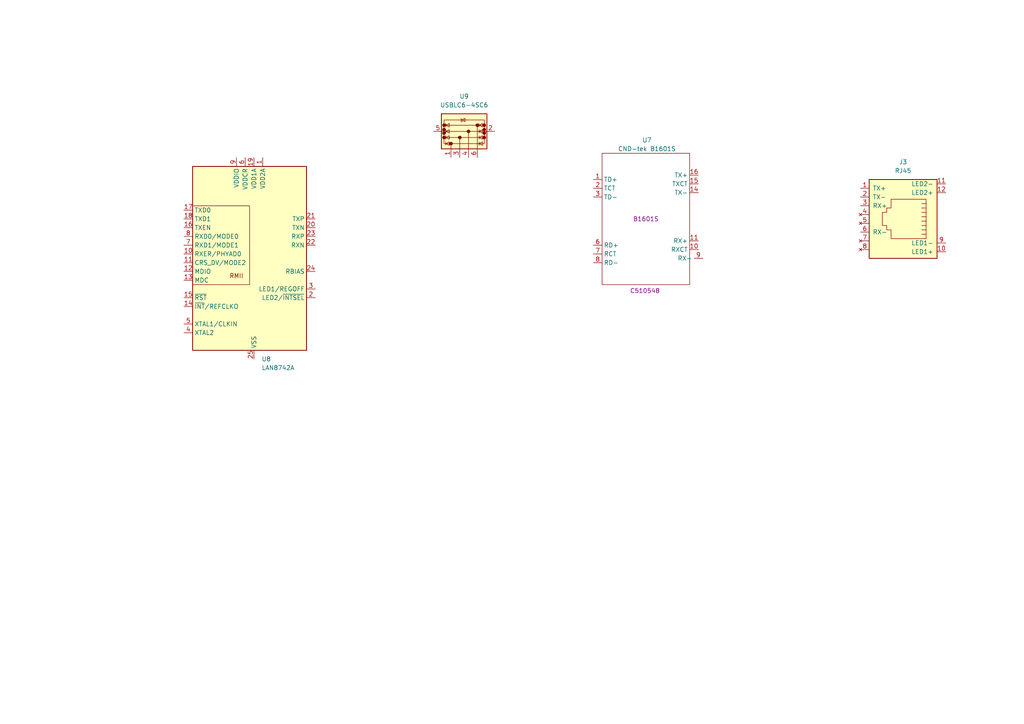
<source format=kicad_sch>
(kicad_sch (version 20231120) (generator "eeschema") (generator_version "8.0")
  (paper "A4")
  (lib_symbols
    (symbol "Connector:RJ45" (pin_names (offset 1.016))
      (property "Reference" "J3" (at 0 19.05 0))
      (property "Value" "RJ45" (at 1.27 0.635 0))
      (symbol "RJ45_0_1"
        (rectangle (start -7.62 12.7) (end 12.065 -10.16) (stroke (width 0.254)) (fill (type background)))
        (polyline (pts (xy -3.175 4.445) (xy -4.445 4.445)))
        (polyline (pts (xy -3.175 5.715) (xy -4.445 5.715)))
        (polyline (pts (xy -4.445 -3.175) (xy -3.175 -3.175) (xy -3.175 -3.175)))
        (polyline (pts (xy -4.445 -1.905) (xy -3.175 -1.905) (xy -3.175 -1.905)))
        (polyline (pts (xy -4.445 -0.635) (xy -3.175 -0.635) (xy -3.175 -0.635)))
        (polyline (pts (xy -4.445 0.635) (xy -3.175 0.635) (xy -3.175 0.635)))
        (polyline (pts (xy -4.445 1.905) (xy -3.175 1.905) (xy -3.175 1.905)))
        (polyline (pts (xy -3.175 3.175) (xy -4.445 3.175) (xy -4.445 3.175)))
        (polyline (pts (xy -4.445 -4.445) (xy -4.445 6.985) (xy 5.715 6.985) (xy 5.715 4.445) (xy 6.985 4.445) (xy 6.985 3.175) (xy 8.255 3.175) (xy 8.255 -0.635) (xy 6.985 -0.635) (xy 6.985 -1.905) (xy 5.715 -1.905) (xy 5.715 -4.445) (xy -4.445 -4.445) (xy -4.445 -4.445)))
      )
      (symbol "RJ45_1_1"
        (pin input line (at 14.605 -7.62 180) (length 2.54) (name "TX+") (number "1"))
        (pin bidirectional line (at -10.16 10.795 0) (length 2.54) (name "LED1+") (number "10"))
        (pin bidirectional line (at -10.16 -8.89 0) (length 2.54) (name "LED2-") (number "11"))
        (pin bidirectional line (at -10.16 -6.35 0) (length 2.54) (name "LED2+") (number "12"))
        (pin input line (at 14.605 -5.08 180) (length 2.54) (name "TX-") (number "2"))
        (pin output line (at 14.605 -2.54 180) (length 2.54) (name "RX+") (number "3"))
        (pin no_connect line (at 14.605 0 180) (length 2.54) (name "~") (number "4"))
        (pin no_connect line (at 14.605 2.54 180) (length 2.54) (name "~") (number "5"))
        (pin output line (at 14.605 5.08 180) (length 2.54) (name "RX-") (number "6"))
        (pin no_connect line (at 14.605 7.62 180) (length 2.54) (name "~") (number "7"))
        (pin no_connect line (at 14.605 10.16 180) (length 2.54) (name "~") (number "8"))
        (pin bidirectional line (at -10.16 8.255 0) (length 2.54) (name "LED1-") (number "9"))
      )
    )
    (symbol "Interface_Ethernet:LAN8742A"
      (property "Reference" "U" (at -13.97 29.21 0))
      (property "Value" "LAN8742A" (at 15.24 29.21 0))
      (symbol "LAN8742A_0_0"
        (text "RMII" (at -5.08 -3.81 0) (effects (font (size 1.27 1.27))))
      )
      (symbol "LAN8742A_0_1"
        (rectangle (start -17.78 27.94) (end 15.24 -25.4) (stroke (width 0.254)) (fill (type background)))
        (polyline (pts (xy -17.78 -6.35) (xy -1.27 -6.35) (xy -1.27 16.51) (xy -17.78 16.51)))
      )
      (symbol "LAN8742A_1_1"
        (pin power_in line (at 2.54 30.48 270) (length 2.54) (name "VDD2A") (number "1"))
        (pin output line (at -20.32 2.54 0) (length 2.54) (name "RXER/PHYAD0") (number "10"))
        (pin bidirectional line (at -20.32 0 0) (length 2.54) (name "CRS_DV/MODE2") (number "11"))
        (pin bidirectional line (at -20.32 -2.54 0) (length 2.54) (name "MDIO") (number "12"))
        (pin input line (at -20.32 -5.08 0) (length 2.54) (name "MDC") (number "13"))
        (pin output line (at -20.32 -12.7 0) (length 2.54) (name "~{INT}/REFCLKO") (number "14"))
        (pin input line (at -20.32 -10.16 0) (length 2.54) (name "~{RST}") (number "15"))
        (pin input line (at -20.32 10.16 0) (length 2.54) (name "TXEN") (number "16"))
        (pin input line (at -20.32 15.24 0) (length 2.54) (name "TXD0") (number "17"))
        (pin input line (at -20.32 12.7 0) (length 2.54) (name "TXD1") (number "18"))
        (pin power_in line (at 0 30.48 270) (length 2.54) (name "VDD1A") (number "19"))
        (pin bidirectional line (at 17.78 -10.16 180) (length 2.54) (name "LED2/~{INTSEL}") (number "2"))
        (pin passive line (at 17.78 10.16 180) (length 2.54) (name "TXN") (number "20"))
        (pin passive line (at 17.78 12.7 180) (length 2.54) (name "TXP") (number "21"))
        (pin passive line (at 17.78 5.08 180) (length 2.54) (name "RXN") (number "22"))
        (pin passive line (at 17.78 7.62 180) (length 2.54) (name "RXP") (number "23"))
        (pin passive line (at 17.78 -2.54 180) (length 2.54) (name "RBIAS") (number "24"))
        (pin power_in line (at 0 -27.94 90) (length 2.54) (name "VSS") (number "25"))
        (pin bidirectional line (at 17.78 -7.62 180) (length 2.54) (name "LED1/REGOFF") (number "3"))
        (pin output line (at -20.32 -20.32 0) (length 2.54) (name "XTAL2") (number "4"))
        (pin input line (at -20.32 -17.78 0) (length 2.54) (name "XTAL1/CLKIN") (number "5"))
        (pin power_in line (at -2.54 30.48 270) (length 2.54) (name "VDDCR") (number "6"))
        (pin bidirectional line (at -20.32 5.08 0) (length 2.54) (name "RXD1/MODE1") (number "7"))
        (pin bidirectional line (at -20.32 7.62 0) (length 2.54) (name "RXD0/MODE0") (number "8"))
        (pin power_in line (at -5.08 30.48 270) (length 2.54) (name "VDDIO") (number "9"))
      )
    )
    (symbol "Librairie_MB:CND-tek_B1601S"
      (property "Reference" "U7" (at 0.3175 22.86 0))
      (property "Value" "CND-tek B1601S" (at 0.3175 20.32 0))
      (property "MPN" "B1601S" (at 0 0 0))
      (property "LCSC" "C510548" (at -0.254 -20.828 0))
      (symbol "CND-tek_B1601S_0_1"
        (rectangle (start -12.7 19.05) (end 12.7 -19.05))
      )
      (symbol "CND-tek_B1601S_1_1"
        (pin input line (at -15.24 11.43 0) (length 2.54) (name "TD+") (number "1"))
        (pin power_in line (at 15.24 -8.89 180) (length 2.54) (name "RXCT") (number "10"))
        (pin input line (at 15.24 -6.35 180) (length 2.54) (name "RX+") (number "11"))
        (pin output line (at 15.24 7.62 180) (length 2.54) (name "TX-") (number "14"))
        (pin power_in line (at 15.24 10.16 180) (length 2.54) (name "TXCT") (number "15"))
        (pin output line (at 15.24 12.7 180) (length 2.54) (name "TX+") (number "16"))
        (pin power_in line (at -15.24 8.89 0) (length 2.54) (name "TCT") (number "2"))
        (pin input line (at -15.24 6.35 0) (length 2.54) (name "TD-") (number "3"))
        (pin output line (at -15.24 -7.62 0) (length 2.54) (name "RD+") (number "6"))
        (pin power_in line (at -15.24 -10.16 0) (length 2.54) (name "RCT") (number "7"))
        (pin output line (at -15.24 -12.7 0) (length 2.54) (name "RD-") (number "8"))
        (pin power_in line (at 16.51 -11.43 180) (length 2.54) (name "RX-") (number "9"))
      )
    )
    (symbol "Power_Protection:USBLC6-4SC6" (pin_names hide)
      (property "Reference" "U" (at 1.27 9.525 0))
      (property "Value" "USBLC6-4SC6" (at 1.27 6.985 0))
      (symbol "USBLC6-4SC6_0_0"
        (circle (center -3.556 2.54) (radius 0.0001) (stroke (width 0.508)))
        (circle (center -1.778 -7.112) (radius 0.0001) (stroke (width 0.508)))
        (circle (center -1.778 0) (radius 0.0001) (stroke (width 0.508)))
        (circle (center -1.778 4.572) (radius 0.0001) (stroke (width 0.508)))
        (circle (center -0.508 -7.112) (radius 0.0001) (stroke (width 0.508)))
        (circle (center -0.508 4.572) (radius 0.0001) (stroke (width 0.508)))
        (circle (center 0 -2.54) (radius 0.0001) (stroke (width 0.508)))
        (circle (center 0.508 -7.112) (radius 0.0001) (stroke (width 0.508)))
        (circle (center 0.508 4.572) (radius 0.0001) (stroke (width 0.508)))
        (circle (center 1.778 -7.112) (radius 0.0001) (stroke (width 0.508)))
        (circle (center 1.778 -5.08) (radius 0.0001) (stroke (width 0.508)))
        (circle (center 1.778 4.572) (radius 0.0001) (stroke (width 0.508)))
      )
      (symbol "USBLC6-4SC6_0_1"
        (polyline (pts (xy -5.08 -5.08) (xy 1.778 -5.08)))
        (polyline (pts (xy -5.08 -2.54) (xy 0 -2.54)))
        (polyline (pts (xy -5.08 0) (xy -1.778 0)))
        (polyline (pts (xy -5.08 2.54) (xy -3.556 2.54)))
        (polyline (pts (xy -4.064 -5.588) (xy -3.048 -5.588)))
        (polyline (pts (xy -3.048 4.064) (xy -4.064 4.064)))
        (polyline (pts (xy -2.286 -5.588) (xy -1.27 -5.588)))
        (polyline (pts (xy -2.286 4.064) (xy -1.27 4.064)))
        (polyline (pts (xy -0.508 -5.588) (xy 0.508 -5.588)))
        (polyline (pts (xy 0 5.08) (xy 0.508 4.572)))
        (polyline (pts (xy 0.508 -7.112) (xy -0.508 -7.112)))
        (polyline (pts (xy 0.508 4.064) (xy -0.508 4.064)))
        (polyline (pts (xy 1.27 4.064) (xy 2.286 4.064)))
        (polyline (pts (xy 2.286 -5.588) (xy 1.27 -5.588)))
        (polyline (pts (xy 2.794 -0.762) (xy 2.794 -0.381) (xy 3.81 -0.381)))
        (polyline (pts (xy -4.064 3.048) (xy -3.048 3.048) (xy -3.556 4.064) (xy -4.064 3.048)))
        (polyline (pts (xy -3.048 -6.604) (xy -4.064 -6.604) (xy -3.556 -5.588) (xy -3.048 -6.604)))
        (polyline (pts (xy -1.27 -6.604) (xy -2.286 -6.604) (xy -1.778 -5.588) (xy -1.27 -6.604)))
        (polyline (pts (xy -1.27 3.048) (xy -2.286 3.048) (xy -1.778 4.064) (xy -1.27 3.048)))
        (polyline (pts (xy -0.508 -6.604) (xy 0.508 -6.604) (xy 0 -5.588) (xy -0.508 -6.604)))
        (polyline (pts (xy -0.508 3.048) (xy 0.508 3.048) (xy 0 4.064) (xy -0.508 3.048)))
        (polyline (pts (xy 1.27 -6.604) (xy 2.286 -6.604) (xy 1.778 -5.588) (xy 1.27 -6.604)))
        (polyline (pts (xy 1.778 4.572) (xy 3.302 4.572) (xy 3.302 -7.112) (xy 1.778 -7.112)))
        (polyline (pts (xy 2.286 3.048) (xy 1.27 3.048) (xy 1.778 4.064) (xy 2.286 3.048)))
        (polyline (pts (xy 3.81 -1.524) (xy 2.794 -1.524) (xy 3.302 -0.508) (xy 3.81 -1.524)))
      )
      (symbol "USBLC6-4SC6_1_1"
        (rectangle (start -5.08 5.334) (end 5.08 -7.874) (stroke (width 0.254)) (fill (type background)))
        (polyline (pts (xy -1.778 4.572) (xy -3.556 4.572) (xy -3.556 -7.112) (xy -1.778 -7.112)))
        (polyline (pts (xy -0.508 4.572) (xy 1.778 4.572) (xy 1.778 -7.112) (xy 0.508 -7.112)))
        (polyline (pts (xy 0.508 -7.112) (xy 0 -6.604) (xy 0 4.064) (xy -0.508 4.572)))
        (polyline (pts (xy 0 -7.62) (xy -0.508 -7.112) (xy -1.778 -7.112) (xy -1.778 4.572) (xy -0.508 4.572)))
        (pin passive line (at -7.62 2.54 0) (length 2.54) (name "I/O1") (number "1"))
        (pin passive line (at 0 -10.16 90) (length 2.54) (name "GND") (number "2"))
        (pin passive line (at -7.62 0 0) (length 2.54) (name "I/O2") (number "3"))
        (pin passive line (at -7.62 -2.54 0) (length 2.54) (name "I/O3") (number "4"))
        (pin passive line (at 0 7.62 270) (length 2.54) (name "VBUS") (number "5"))
        (pin passive line (at -7.62 -5.08 0) (length 2.54) (name "I/O4") (number "6"))
      )
    )
  )
  (symbol (lib_id "Power_Protection:USBLC6-4SC6") (at 133.35 38.1 90) (unit 1)
    (property "Reference" "U9" (at 134.62 27.94 90))
    (property "Value" "USBLC6-4SC6" (at 134.62 30.48 90))
    (property "Footprint" "Package_TO_SOT_SMD:SOT-23-6" (effects (hide yes)))
    (property "Datasheet" "https://www.st.com/resource/en/datasheet/usblc6-4.pdf" (effects (hide yes)))
    (property "Description" "Very low capacitance ESD protection diode, 4 data-line, SOT-23-6" (effects (hide yes)))
  )
  (symbol (lib_id "Librairie_MB:CND-tek_B1601S") (at 187.325 63.5 0) (unit 1)
    (property "Reference" "U7" (at 187.6425 40.64 0))
    (property "Value" "CND-tek B1601S" (at 187.6425 43.18 0))
    (property "Footprint" "Librairie_MB:CND-Tek B1601S" (effects (hide yes)))
    (property "Datasheet" "https://www.lcsc.com/datasheet/lcsc_datasheet_2405301629_CND-tek-B1601S_C510548.pdf" (effects (hide yes)))
    (property "Description" "Transformateur Ethernet" (effects (hide yes)))
    (property "MPN" "B1601S" (at 187.325 63.5 0))
    (property "LCSC" "C510548" (at 187.071 84.328 0))
  )
  (symbol (lib_id "Interface_Ethernet:LAN8742A") (at 73.66 76.2 0) (unit 1)
    (property "Reference" "U8" (at 75.8541 104.14 0) (effects (justify left)))
    (property "Value" "LAN8742A" (at 75.8541 106.68 0) (effects (justify left)))
    (property "Footprint" "Package_DFN_QFN:VQFN-24-1EP_4x4mm_P0.5mm_EP2.5x2.5mm_ThermalVias" (effects (hide yes)))
    (property "Datasheet" "http://ww1.microchip.com/downloads/en/DeviceDoc/8742a.pdf" (effects (hide yes)))
    (property "Description" "LAN8720 Ethernet PHY with RMII interface, QFN-24" (effects (hide yes)))
  )
  (symbol (lib_id "Connector:RJ45") (at 264.16 62.23 180) (unit 1)
    (property "Reference" "J3" (at 261.9375 46.99 0))
    (property "Value" "RJ45" (at 261.9375 49.53 0))
    (property "Footprint" "Librairie_MB:HC-RJ45-5JAS-1-5-01" (effects (hide yes)))
    (property "Datasheet" "https://www.lcsc.com/datasheet/lcsc_datasheet_2401121837_HCTL-HC-RJ45-5JAS-1-5-01_C20417896.pdf" (effects (hide yes)))
    (property "Description" "RJ connector, 8P8C (8 positions 8 connected)" (effects (hide yes)))
  )
)
</source>
